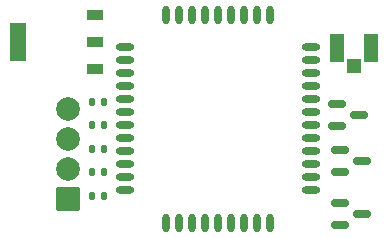
<source format=gbr>
%TF.GenerationSoftware,KiCad,Pcbnew,7.0.6*%
%TF.CreationDate,2024-04-01T13:07:51+03:00*%
%TF.ProjectId,SIM800 GPS Module,53494d38-3030-4204-9750-53204d6f6475,rev?*%
%TF.SameCoordinates,Original*%
%TF.FileFunction,Soldermask,Top*%
%TF.FilePolarity,Negative*%
%FSLAX46Y46*%
G04 Gerber Fmt 4.6, Leading zero omitted, Abs format (unit mm)*
G04 Created by KiCad (PCBNEW 7.0.6) date 2024-04-01 13:07:51*
%MOMM*%
%LPD*%
G01*
G04 APERTURE LIST*
G04 Aperture macros list*
%AMRoundRect*
0 Rectangle with rounded corners*
0 $1 Rounding radius*
0 $2 $3 $4 $5 $6 $7 $8 $9 X,Y pos of 4 corners*
0 Add a 4 corners polygon primitive as box body*
4,1,4,$2,$3,$4,$5,$6,$7,$8,$9,$2,$3,0*
0 Add four circle primitives for the rounded corners*
1,1,$1+$1,$2,$3*
1,1,$1+$1,$4,$5*
1,1,$1+$1,$6,$7*
1,1,$1+$1,$8,$9*
0 Add four rect primitives between the rounded corners*
20,1,$1+$1,$2,$3,$4,$5,0*
20,1,$1+$1,$4,$5,$6,$7,0*
20,1,$1+$1,$6,$7,$8,$9,0*
20,1,$1+$1,$8,$9,$2,$3,0*%
G04 Aperture macros list end*
%ADD10C,2.004000*%
%ADD11RoundRect,0.102000X0.900000X-0.900000X0.900000X0.900000X-0.900000X0.900000X-0.900000X-0.900000X0*%
%ADD12R,1.473200X0.914400*%
%ADD13R,1.473200X3.200400*%
%ADD14O,1.600000X0.600000*%
%ADD15O,0.600000X1.600000*%
%ADD16RoundRect,0.135000X-0.135000X-0.185000X0.135000X-0.185000X0.135000X0.185000X-0.135000X0.185000X0*%
%ADD17RoundRect,0.150000X-0.587500X-0.150000X0.587500X-0.150000X0.587500X0.150000X-0.587500X0.150000X0*%
%ADD18RoundRect,0.102000X-0.500000X-0.525000X0.500000X-0.525000X0.500000X0.525000X-0.500000X0.525000X0*%
%ADD19RoundRect,0.102000X-0.525000X-1.100000X0.525000X-1.100000X0.525000X1.100000X-0.525000X1.100000X0*%
G04 APERTURE END LIST*
D10*
%TO.C,J3*%
X126238000Y-85344000D03*
X126238000Y-87884000D03*
X126238000Y-90424000D03*
D11*
X126238000Y-92964000D03*
%TD*%
D12*
%TO.C,U2*%
X128485900Y-81992500D03*
X128485900Y-79692500D03*
X128485900Y-77392500D03*
D13*
X121958100Y-79692500D03*
%TD*%
D14*
%TO.C,U1*%
X131050000Y-80150000D03*
X131050000Y-81250000D03*
X131050000Y-82350000D03*
X131050000Y-83450000D03*
X131050000Y-84550000D03*
X131050000Y-85650000D03*
X131050000Y-86750000D03*
X131050000Y-87850000D03*
X131050000Y-88950000D03*
X131050000Y-90050000D03*
X131050000Y-91150000D03*
X131050000Y-92250000D03*
D15*
X134500000Y-95000000D03*
X135600000Y-95000000D03*
X136700000Y-95000000D03*
X137800000Y-95000000D03*
X138900000Y-95000000D03*
X140000000Y-95000000D03*
X141100000Y-95000000D03*
X142200000Y-95000000D03*
X143300000Y-95000000D03*
D14*
X146750000Y-92250000D03*
X146750000Y-91150000D03*
X146750000Y-90050000D03*
X146750000Y-88950000D03*
X146750000Y-87850000D03*
X146750000Y-86750000D03*
X146750000Y-85650000D03*
X146750000Y-84550000D03*
X146750000Y-83450000D03*
X146750000Y-82350000D03*
X146750000Y-81250000D03*
X146750000Y-80150000D03*
D15*
X143300000Y-77400000D03*
X142200000Y-77400000D03*
X141100000Y-77400000D03*
X140000000Y-77400000D03*
X138900000Y-77400000D03*
X137800000Y-77400000D03*
X136700000Y-77400000D03*
X135600000Y-77400000D03*
X134500000Y-77400000D03*
%TD*%
D16*
%TO.C,R10*%
X128266000Y-92710000D03*
X129286000Y-92710000D03*
%TD*%
%TO.C,R9*%
X128266000Y-90720000D03*
X129286000Y-90720000D03*
%TD*%
%TO.C,R8*%
X128266000Y-88730000D03*
X129286000Y-88730000D03*
%TD*%
%TO.C,R7*%
X128266000Y-86740000D03*
X129286000Y-86740000D03*
%TD*%
%TO.C,R3*%
X128266000Y-84750000D03*
X129286000Y-84750000D03*
%TD*%
D17*
%TO.C,Q3*%
X149255000Y-93284000D03*
X149255000Y-95184000D03*
X151130000Y-94234000D03*
%TD*%
%TO.C,Q2*%
X149255000Y-88834000D03*
X149255000Y-90734000D03*
X151130000Y-89784000D03*
%TD*%
%TO.C,Q1*%
X149001000Y-84902000D03*
X149001000Y-86802000D03*
X150876000Y-85852000D03*
%TD*%
D18*
%TO.C,J1*%
X150417000Y-81725000D03*
D19*
X148942000Y-80200000D03*
X151892000Y-80200000D03*
%TD*%
M02*

</source>
